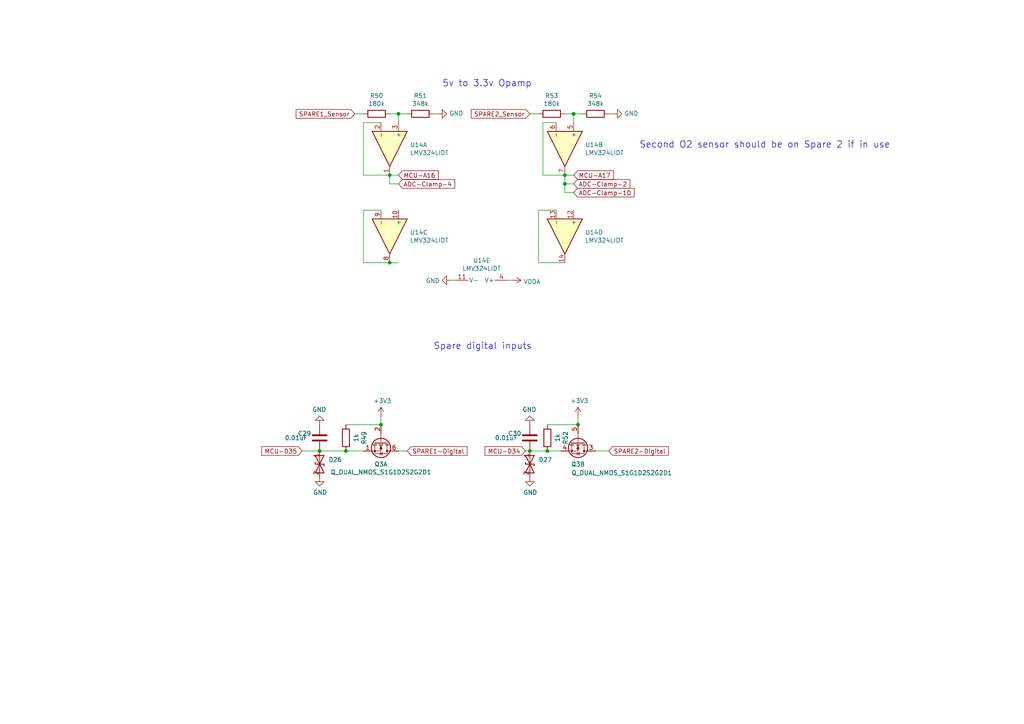
<source format=kicad_sch>
(kicad_sch (version 20230121) (generator eeschema)
  (paper "A4")
  (lib_symbols
    (symbol "Amplifier_Operational:LMV324" (pin_names (offset 0.127))
      (property "Reference" "U" (at 0 5.08 0))
      (property "Value" "LMV324" (at 0 -5.08 0))
      (symbol "LMV324_1_1"
        (polyline (pts (xy -5.08 5.08) (xy 5.08 0) (xy -5.08 -5.08) (xy -5.08 5.08)) (stroke (width 0.254)) (fill (type background)))
        (pin output line (at 7.62 0 180) (length 2.54) (name "~") (number "1"))
        (pin input line (at -7.62 -2.54 0) (length 2.54) (name "-") (number "2"))
        (pin input line (at -7.62 2.54 0) (length 2.54) (name "+") (number "3"))
      )
      (symbol "LMV324_2_1"
        (polyline (pts (xy -5.08 5.08) (xy 5.08 0) (xy -5.08 -5.08) (xy -5.08 5.08)) (stroke (width 0.254)) (fill (type background)))
        (pin input line (at -7.62 2.54 0) (length 2.54) (name "+") (number "5"))
        (pin input line (at -7.62 -2.54 0) (length 2.54) (name "-") (number "6"))
        (pin output line (at 7.62 0 180) (length 2.54) (name "~") (number "7"))
      )
      (symbol "LMV324_3_1"
        (polyline (pts (xy -5.08 5.08) (xy 5.08 0) (xy -5.08 -5.08) (xy -5.08 5.08)) (stroke (width 0.254)) (fill (type background)))
        (pin input line (at -7.62 2.54 0) (length 2.54) (name "+") (number "10"))
        (pin output line (at 7.62 0 180) (length 2.54) (name "~") (number "8"))
        (pin input line (at -7.62 -2.54 0) (length 2.54) (name "-") (number "9"))
      )
      (symbol "LMV324_4_1"
        (polyline (pts (xy -5.08 5.08) (xy 5.08 0) (xy -5.08 -5.08) (xy -5.08 5.08)) (stroke (width 0.254)) (fill (type background)))
        (pin input line (at -7.62 2.54 0) (length 2.54) (name "+") (number "12"))
        (pin input line (at -7.62 -2.54 0) (length 2.54) (name "-") (number "13"))
        (pin output line (at 7.62 0 180) (length 2.54) (name "~") (number "14"))
      )
      (symbol "LMV324_5_1"
        (pin power_in line (at -2.54 -7.62 90) (length 3.81) (name "V-") (number "11"))
        (pin power_in line (at -2.54 7.62 270) (length 3.81) (name "V+") (number "4"))
      )
    )
    (symbol "Device:C" (pin_numbers hide) (pin_names (offset 0.254))
      (property "Reference" "C" (at 0.635 2.54 0))
      (property "Value" "C" (at 0.635 -2.54 0))
      (symbol "C_0_1"
        (polyline (pts (xy -2.032 -0.762) (xy 2.032 -0.762)) (stroke (width 0.508)))
        (polyline (pts (xy -2.032 0.762) (xy 2.032 0.762)) (stroke (width 0.508)))
      )
      (symbol "C_1_1"
        (pin passive line (at 0 3.81 270) (length 2.794) (name "~") (number "1"))
        (pin passive line (at 0 -3.81 90) (length 2.794) (name "~") (number "2"))
      )
    )
    (symbol "Device:D_TVS" (pin_names (offset 1.016) hide)
      (property "Reference" "D" (at 0 2.54 0))
      (property "Value" "D_TVS" (at 0 -2.54 0))
      (symbol "D_TVS_0_1"
        (polyline (pts (xy 1.27 0) (xy -1.27 0)))
        (polyline (pts (xy 0.508 1.27) (xy 0 1.27) (xy 0 -1.27) (xy -0.508 -1.27)) (stroke (width 0.254)))
        (polyline (pts (xy -2.54 1.27) (xy -2.54 -1.27) (xy 2.54 1.27) (xy 2.54 -1.27) (xy -2.54 1.27)) (stroke (width 0.254)))
      )
      (symbol "D_TVS_1_1"
        (pin passive line (at -3.81 0 0) (length 2.54) (name "A1") (number "1"))
        (pin passive line (at 3.81 0 180) (length 2.54) (name "A2") (number "2"))
      )
    )
    (symbol "Device:Q_DUAL_NMOS_S1G1D2S2G2D1" (pin_names (offset 0) hide)
      (property "Reference" "Q" (at 6.35 1.27 0))
      (property "Value" "Device_Q_DUAL_NMOS_S1G1D2S2G2D1" (at 19.05 -1.27 0))
      (symbol "Q_DUAL_NMOS_S1G1D2S2G2D1_0_1"
        (polyline (pts (xy 0.254 0) (xy -2.54 0)))
        (polyline (pts (xy 0.254 1.905) (xy 0.254 -1.905)) (stroke (width 0.254)))
        (polyline (pts (xy 0.762 -1.27) (xy 0.762 -2.286)) (stroke (width 0.254)))
        (polyline (pts (xy 0.762 0.508) (xy 0.762 -0.508)) (stroke (width 0.254)))
        (polyline (pts (xy 0.762 2.286) (xy 0.762 1.27)) (stroke (width 0.254)))
        (polyline (pts (xy 2.54 2.54) (xy 2.54 1.778)))
        (polyline (pts (xy 2.54 -2.54) (xy 2.54 0) (xy 0.762 0)))
        (polyline (pts (xy 0.762 -1.778) (xy 3.302 -1.778) (xy 3.302 1.778) (xy 0.762 1.778)))
        (polyline (pts (xy 1.016 0) (xy 2.032 0.381) (xy 2.032 -0.381) (xy 1.016 0)) (fill (type outline)))
        (polyline (pts (xy 2.794 0.508) (xy 2.921 0.381) (xy 3.683 0.381) (xy 3.81 0.254)))
        (polyline (pts (xy 3.302 0.381) (xy 2.921 -0.254) (xy 3.683 -0.254) (xy 3.302 0.381)))
        (circle (center 1.651 0) (radius 2.794) (stroke (width 0.254)))
        (circle (center 2.54 -1.778) (radius 0.254) (fill (type outline)))
        (circle (center 2.54 1.778) (radius 0.254) (fill (type outline)))
      )
      (symbol "Q_DUAL_NMOS_S1G1D2S2G2D1_1_1"
        (pin passive line (at 2.54 -5.08 90) (length 2.54) (name "S") (number "1"))
        (pin input line (at -5.08 0 0) (length 2.54) (name "G") (number "2"))
        (pin passive line (at 2.54 5.08 270) (length 2.54) (name "D") (number "6"))
      )
      (symbol "Q_DUAL_NMOS_S1G1D2S2G2D1_2_1"
        (pin passive line (at 2.54 5.08 270) (length 2.54) (name "D") (number "3"))
        (pin passive line (at 2.54 -5.08 90) (length 2.54) (name "S") (number "4"))
        (pin input line (at -5.08 0 0) (length 2.54) (name "G") (number "5"))
      )
    )
    (symbol "Device:R" (pin_numbers hide) (pin_names (offset 0))
      (property "Reference" "R" (at 2.032 0 90))
      (property "Value" "R" (at 0 0 90))
      (symbol "R_0_1"
        (rectangle (start -1.016 -2.54) (end 1.016 2.54) (stroke (width 0.254)))
      )
      (symbol "R_1_1"
        (pin passive line (at 0 3.81 270) (length 1.27) (name "~") (number "1"))
        (pin passive line (at 0 -3.81 90) (length 1.27) (name "~") (number "2"))
      )
    )
    (symbol "power:+3V3" (power) (pin_names (offset 0))
      (property "Value" "+3V3" (at 0 3.556 0))
      (symbol "+3V3_0_1"
        (polyline (pts (xy -0.762 1.27) (xy 0 2.54)))
        (polyline (pts (xy 0 0) (xy 0 2.54)))
        (polyline (pts (xy 0 2.54) (xy 0.762 1.27)))
      )
      (symbol "+3V3_1_1"
        (pin power_in line (at 0 0 90) (length 0) hide (name "+3V3") (number "1"))
      )
    )
    (symbol "power:GND" (power) (pin_names (offset 0))
      (property "Value" "GND" (at 0 -3.81 0))
      (symbol "GND_0_1"
        (polyline (pts (xy 0 0) (xy 0 -1.27) (xy 1.27 -1.27) (xy 0 -2.54) (xy -1.27 -1.27) (xy 0 -1.27)))
      )
      (symbol "GND_1_1"
        (pin power_in line (at 0 0 270) (length 0) hide (name "GND") (number "1"))
      )
    )
    (symbol "power:VDDA" (power) (pin_names (offset 0))
      (property "Value" "VDDA" (at 0 3.81 0))
      (symbol "VDDA_0_1"
        (polyline (pts (xy -0.762 1.27) (xy 0 2.54)))
        (polyline (pts (xy 0 0) (xy 0 2.54)))
        (polyline (pts (xy 0 2.54) (xy 0.762 1.27)))
      )
      (symbol "VDDA_1_1"
        (pin power_in line (at 0 0 90) (length 0) hide (name "VDDA") (number "1"))
      )
    )
  )
  (junction (at 113.03 50.8))
  (junction (at 166.37 33.02))
  (junction (at 110.49 123.19))
  (junction (at 113.03 76.2))
  (junction (at 153.67 130.81))
  (junction (at 100.33 130.81))
  (junction (at 167.64 123.19))
  (junction (at 158.75 130.81))
  (junction (at 92.71 130.81))
  (junction (at 163.83 50.8))
  (junction (at 115.57 33.02))
  (junction (at 163.83 53.34))
  (wire (pts (xy 166.37 33.02) (xy 168.91 33.02)))
  (wire (pts (xy 105.41 76.2) (xy 113.03 76.2)))
  (wire (pts (xy 166.37 33.02) (xy 163.83 33.02)))
  (wire (pts (xy 92.71 130.81) (xy 87.63 130.81)))
  (wire (pts (xy 152.4 130.81) (xy 153.67 130.81)))
  (wire (pts (xy 105.41 50.8) (xy 105.41 35.56)))
  (wire (pts (xy 115.57 53.34) (xy 113.03 53.34)))
  (wire (pts (xy 105.41 130.81) (xy 100.33 130.81)))
  (wire (pts (xy 102.87 33.02) (xy 105.41 33.02)))
  (wire (pts (xy 115.57 76.2) (xy 113.03 76.2)))
  (wire (pts (xy 158.75 123.19) (xy 167.64 123.19)))
  (wire (pts (xy 158.75 130.81) (xy 162.56 130.81)))
  (wire (pts (xy 153.67 130.81) (xy 158.75 130.81)))
  (wire (pts (xy 161.29 60.96) (xy 156.21 60.96)))
  (wire (pts (xy 157.48 50.8) (xy 163.83 50.8)))
  (wire (pts (xy 130.81 81.28) (xy 132.08 81.28)))
  (wire (pts (xy 100.33 130.81) (xy 92.71 130.81)))
  (wire (pts (xy 177.8 33.02) (xy 176.53 33.02)))
  (wire (pts (xy 167.64 120.65) (xy 167.64 123.19)))
  (wire (pts (xy 105.41 60.96) (xy 105.41 76.2)))
  (wire (pts (xy 166.37 35.56) (xy 166.37 33.02)))
  (wire (pts (xy 166.37 55.88) (xy 163.83 55.88)))
  (wire (pts (xy 163.83 55.88) (xy 163.83 53.34)))
  (wire (pts (xy 156.21 60.96) (xy 156.21 76.2)))
  (wire (pts (xy 113.03 50.8) (xy 105.41 50.8)))
  (wire (pts (xy 100.33 123.19) (xy 110.49 123.19)))
  (wire (pts (xy 127 33.02) (xy 125.73 33.02)))
  (wire (pts (xy 115.57 50.8) (xy 113.03 50.8)))
  (wire (pts (xy 115.57 33.02) (xy 113.03 33.02)))
  (wire (pts (xy 176.53 130.81) (xy 172.72 130.81)))
  (wire (pts (xy 110.49 60.96) (xy 105.41 60.96)))
  (wire (pts (xy 161.29 35.56) (xy 157.48 35.56)))
  (wire (pts (xy 148.59 81.28) (xy 147.32 81.28)))
  (wire (pts (xy 115.57 33.02) (xy 118.11 33.02)))
  (wire (pts (xy 115.57 35.56) (xy 115.57 33.02)))
  (wire (pts (xy 157.48 35.56) (xy 157.48 50.8)))
  (wire (pts (xy 156.21 76.2) (xy 163.83 76.2)))
  (wire (pts (xy 153.67 33.02) (xy 156.21 33.02)))
  (wire (pts (xy 105.41 35.56) (xy 110.49 35.56)))
  (wire (pts (xy 113.03 53.34) (xy 113.03 50.8)))
  (wire (pts (xy 163.83 53.34) (xy 163.83 50.8)))
  (wire (pts (xy 110.49 120.65) (xy 110.49 123.19)))
  (wire (pts (xy 166.37 53.34) (xy 163.83 53.34)))
  (wire (pts (xy 166.37 50.8) (xy 163.83 50.8)))
  (wire (pts (xy 118.11 130.81) (xy 115.57 130.81)))
  (text "5v to 3.3v Opamp" (at 128.27 25.4 0) (effects (font (size 1.8796 1.8796)) (justify left bottom)))
  (text "Second O2 sensor should be on Spare 2 if in use" (at 185.42 43.18 0) (effects (font (size 1.8796 1.8796)) (justify left bottom)))
  (text "Spare digital inputs" (at 125.73 101.6 0) (effects (font (size 1.8796 1.8796)) (justify left bottom)))
  (global_label "ADC-Clamp-4" (shape input) (at 115.57 53.34 0) (property "Intersheetrefs" "${INTERSHEET_REFS}" (effects hide)))
  (global_label "MCU-D34" (shape input) (at 152.4 130.81 180) (property "Intersheetrefs" "${INTERSHEET_REFS}" (effects hide)))
  (global_label "MCU-A16" (shape input) (at 115.57 50.8 0) (property "Intersheetrefs" "${INTERSHEET_REFS}" (effects hide)))
  (global_label "MCU-D35" (shape input) (at 87.63 130.81 180) (property "Intersheetrefs" "${INTERSHEET_REFS}" (effects hide)))
  (global_label "SPARE1-Digital" (shape input) (at 118.11 130.81 0) (property "Intersheetrefs" "${INTERSHEET_REFS}" (effects hide)))
  (global_label "SPARE1_Sensor" (shape input) (at 102.87 33.02 180) (property "Intersheetrefs" "${INTERSHEET_REFS}" (effects hide)))
  (global_label "SPARE2-Digital" (shape input) (at 176.53 130.81 0) (property "Intersheetrefs" "${INTERSHEET_REFS}" (effects hide)))
  (global_label "ADC-Clamp-10" (shape input) (at 166.37 55.88 0) (property "Intersheetrefs" "${INTERSHEET_REFS}" (effects hide)))
  (global_label "SPARE2_Sensor" (shape input) (at 153.67 33.02 180) (property "Intersheetrefs" "${INTERSHEET_REFS}" (effects hide)))
  (global_label "ADC-Clamp-2" (shape input) (at 166.37 53.34 0) (property "Intersheetrefs" "${INTERSHEET_REFS}" (effects hide)))
  (global_label "MCU-A17" (shape input) (at 166.37 50.8 0) (property "Intersheetrefs" "${INTERSHEET_REFS}" (effects hide)))
  (symbol (lib_id "Amplifier_Operational:LMV324") (at 113.03 43.18 270) (unit 1)
    (property "Reference" "U14" (at 118.872 42.0116 90) (effects (justify left)))
    (property "Value" "LMV324LIDT" (at 118.872 44.323 90) (effects (justify left)))
    (property "Footprint" "Package_SO:SOIC-14_3.9x8.7mm_P1.27mm" (effects hide))
    (property "Datasheet" "http://www.ti.com/lit/ds/symlink/lmv324.pdf" (effects hide))
    (property "Digikey Part Number" "497-13052-1-ND" (effects hide))
    (property "Manufacturer_Name" "STMicroelectronics" (effects hide))
    (property "Manufacturer_Part_Number" "LMV324LIDT" (effects hide))
    (property "URL" "https://www.digikey.com.au/product-detail/en/stmicroelectronics/LMV324LIDT/497-13052-1-ND/3458219" (effects hide))
  )
  (symbol (lib_id "Amplifier_Operational:LMV324") (at 163.83 43.18 270) (unit 2)
    (property "Reference" "U14" (at 169.672 42.0116 90) (effects (justify left)))
    (property "Value" "LMV324LIDT" (at 169.672 44.323 90) (effects (justify left)))
    (property "Footprint" "Package_SO:SOIC-14_3.9x8.7mm_P1.27mm" (effects hide))
    (property "Datasheet" "http://www.ti.com/lit/ds/symlink/lmv324.pdf" (effects hide))
    (property "Digikey Part Number" "497-13052-1-ND" (effects hide))
    (property "Manufacturer_Name" "STMicroelectronics" (effects hide))
    (property "Manufacturer_Part_Number" "LMV324LIDT" (effects hide))
    (property "URL" "https://www.digikey.com.au/product-detail/en/stmicroelectronics/LMV324LIDT/497-13052-1-ND/3458219" (effects hide))
  )
  (symbol (lib_id "Amplifier_Operational:LMV324") (at 113.03 68.58 270) (unit 3)
    (property "Reference" "U14" (at 118.872 67.4116 90) (effects (justify left)))
    (property "Value" "LMV324LIDT" (at 118.872 69.723 90) (effects (justify left)))
    (property "Footprint" "Package_SO:SOIC-14_3.9x8.7mm_P1.27mm" (effects hide))
    (property "Datasheet" "http://www.ti.com/lit/ds/symlink/lmv324.pdf" (effects hide))
    (property "Digikey Part Number" "497-13052-1-ND" (effects hide))
    (property "Manufacturer_Name" "STMicroelectronics" (effects hide))
    (property "Manufacturer_Part_Number" "LMV324LIDT" (effects hide))
    (property "URL" "https://www.digikey.com.au/product-detail/en/stmicroelectronics/LMV324LIDT/497-13052-1-ND/3458219" (effects hide))
  )
  (symbol (lib_id "Amplifier_Operational:LMV324") (at 163.83 68.58 270) (unit 4)
    (property "Reference" "U14" (at 169.672 67.4116 90) (effects (justify left)))
    (property "Value" "LMV324LIDT" (at 169.672 69.723 90) (effects (justify left)))
    (property "Footprint" "Package_SO:SOIC-14_3.9x8.7mm_P1.27mm" (effects hide))
    (property "Datasheet" "http://www.ti.com/lit/ds/symlink/lmv324.pdf" (effects hide))
    (property "Digikey Part Number" "497-13052-1-ND" (effects hide))
    (property "Manufacturer_Name" "STMicroelectronics" (effects hide))
    (property "Manufacturer_Part_Number" "LMV324LIDT" (effects hide))
    (property "URL" "https://www.digikey.com.au/product-detail/en/stmicroelectronics/LMV324LIDT/497-13052-1-ND/3458219" (effects hide))
  )
  (symbol (lib_id "Amplifier_Operational:LMV324") (at 139.7 83.82 270) (unit 5)
    (property "Reference" "U14" (at 139.7 75.565 90))
    (property "Value" "LMV324LIDT" (at 139.7 77.8764 90))
    (property "Footprint" "Package_SO:SOIC-14_3.9x8.7mm_P1.27mm" (effects hide))
    (property "Datasheet" "http://www.ti.com/lit/ds/symlink/lmv324.pdf" (effects hide))
    (property "Digikey Part Number" "497-13052-1-ND" (effects hide))
    (property "Manufacturer_Name" "STMicroelectronics" (effects hide))
    (property "Manufacturer_Part_Number" "LMV324LIDT" (effects hide))
    (property "URL" "https://www.digikey.com.au/product-detail/en/stmicroelectronics/LMV324LIDT/497-13052-1-ND/3458219" (effects hide))
  )
  (symbol (lib_id "Device:R") (at 121.92 33.02 270) (unit 1)
    (property "Reference" "R51" (at 121.92 27.7622 90))
    (property "Value" "348k" (at 121.92 30.0736 90))
    (property "Footprint" "Resistor_SMD:R_0805_2012Metric" (effects hide))
    (property "Digikey Part Number" "P348KCDKR-ND" (effects hide))
    (property "Manufacturer_Name" "Panasonic" (effects hide))
    (property "Manufacturer_Part_Number" "ERJ-6ENF3483V" (effects hide))
    (property "URL" "https://www.digikey.com.au/product-detail/en/panasonic-electronic-components/ERJ-6ENF3483V/P348KCDKR-ND/576673" (effects hide))
  )
  (symbol (lib_id "power:GND") (at 130.81 81.28 270) (unit 1)
    (property "Reference" "#PWR088" (effects hide))
    (property "Value" "GND" (at 127.5588 81.407 90) (effects (justify right)))
  )
  (symbol (lib_id "Device:R") (at 160.02 33.02 270) (unit 1)
    (property "Reference" "R53" (at 160.02 27.7622 90))
    (property "Value" "180k" (at 160.02 30.0736 90))
    (property "Footprint" "Resistor_SMD:R_0805_2012Metric" (effects hide))
    (property "Digikey Part Number" "311-180KCRCT-ND" (effects hide))
    (property "Manufacturer_Name" "Yageo" (effects hide))
    (property "Manufacturer_Part_Number" "RC0805FR-07180KL" (effects hide))
    (property "URL" "https://www.digikey.com.au/product-detail/en/yageo/RC0805FR-07180KL/311-180KCRCT-ND/730597" (effects hide))
  )
  (symbol (lib_id "Device:R") (at 109.22 33.02 270) (unit 1)
    (property "Reference" "R50" (at 109.22 27.7622 90))
    (property "Value" "180k" (at 109.22 30.0736 90))
    (property "Footprint" "Resistor_SMD:R_0805_2012Metric" (effects hide))
    (property "Digikey Part Number" "311-180KCRCT-ND" (effects hide))
    (property "Manufacturer_Name" "Yageo" (effects hide))
    (property "Manufacturer_Part_Number" "RC0805FR-07180KL" (effects hide))
    (property "URL" "https://www.digikey.com.au/product-detail/en/yageo/RC0805FR-07180KL/311-180KCRCT-ND/730597" (effects hide))
  )
  (symbol (lib_id "power:GND") (at 127 33.02 90) (unit 1)
    (property "Reference" "#PWR087" (effects hide))
    (property "Value" "GND" (at 130.2512 32.893 90) (effects (justify right)))
  )
  (symbol (lib_id "Device:R") (at 172.72 33.02 270) (unit 1)
    (property "Reference" "R54" (at 172.72 27.7622 90))
    (property "Value" "348k" (at 172.72 30.0736 90))
    (property "Footprint" "Resistor_SMD:R_0805_2012Metric" (effects hide))
    (property "Digikey Part Number" "P348KCDKR-ND" (effects hide))
    (property "Manufacturer_Name" "Panasonic" (effects hide))
    (property "Manufacturer_Part_Number" "ERJ-6ENF3483V" (effects hide))
    (property "URL" "https://www.digikey.com.au/product-detail/en/panasonic-electronic-components/ERJ-6ENF3483V/P348KCDKR-ND/576673" (effects hide))
  )
  (symbol (lib_id "power:GND") (at 177.8 33.02 90) (unit 1)
    (property "Reference" "#PWR093" (effects hide))
    (property "Value" "GND" (at 181.0512 32.893 90) (effects (justify right)))
  )
  (symbol (lib_id "Device:Q_DUAL_NMOS_S1G1D2S2G2D1") (at 110.49 128.27 270) (unit 1)
    (property "Reference" "Q3" (at 110.49 134.6454 90))
    (property "Value" "Q_DUAL_NMOS_S1G1D2S2G2D1" (at 110.49 136.9568 90))
    (property "Footprint" "Package_TO_SOT_SMD:SOT-363_SC-70-6" (effects hide))
    (property "Digikey Part Number" "NVJD5121NT1GOSCT-ND" (effects hide))
    (property "Manufacturer_Name" "ON Semi" (effects hide))
    (property "Manufacturer_Part_Number" "NVJD5121NT1G" (effects hide))
    (property "URL" "https://www.digikey.com.au/product-detail/en/on-semiconductor/NVJD5121NT1G/NVJD5121NT1GOSCT-ND/9087601" (effects hide))
  )
  (symbol (lib_id "Device:Q_DUAL_NMOS_S1G1D2S2G2D1") (at 167.64 128.27 270) (unit 2)
    (property "Reference" "Q3" (at 167.64 134.6454 90))
    (property "Value" "Q_DUAL_NMOS_S1G1D2S2G2D1" (at 180.34 137.16 90))
    (property "Footprint" "Package_TO_SOT_SMD:SOT-363_SC-70-6" (effects hide))
    (property "Digikey Part Number" "NVJD5121NT1GOSCT-ND" (effects hide))
    (property "Manufacturer_Name" "ON Semi" (effects hide))
    (property "Manufacturer_Part_Number" "NVJD5121NT1G" (effects hide))
    (property "URL" "https://www.digikey.com.au/product-detail/en/on-semiconductor/NVJD5121NT1G/NVJD5121NT1GOSCT-ND/9087601" (effects hide))
  )
  (symbol (lib_id "power:+3V3") (at 110.49 120.65 0) (unit 1)
    (property "Reference" "#PWR086" (effects hide))
    (property "Value" "+3V3" (at 110.871 116.2558 0))
  )
  (symbol (lib_id "power:+3V3") (at 167.64 120.65 0) (unit 1)
    (property "Reference" "#PWR092" (effects hide))
    (property "Value" "+3V3" (at 168.021 116.2558 0))
  )
  (symbol (lib_id "Device:R") (at 100.33 127 180) (unit 1)
    (property "Reference" "R49" (at 105.5878 127 90))
    (property "Value" "1k" (at 103.2764 127 90))
    (property "Footprint" "Resistor_SMD:R_0805_2012Metric" (effects hide))
    (property "Digikey Part Number" "311-1.00KCRCT-ND" (effects hide))
    (property "Manufacturer_Name" "Yageo" (effects hide))
    (property "Manufacturer_Part_Number" "RC0805FR-071KL" (effects hide))
    (property "URL" "https://www.digikey.com/product-detail/en/yageo/RC0805FR-071KL/311-1.00KCRCT-ND/730391" (effects hide))
  )
  (symbol (lib_id "Device:R") (at 158.75 127 180) (unit 1)
    (property "Reference" "R52" (at 164.0078 127 90))
    (property "Value" "1k" (at 161.6964 127 90))
    (property "Footprint" "Resistor_SMD:R_0805_2012Metric" (effects hide))
    (property "Digikey Part Number" "311-1.00KCRCT-ND" (effects hide))
    (property "Manufacturer_Name" "Yageo" (effects hide))
    (property "Manufacturer_Part_Number" "RC0805FR-071KL" (effects hide))
    (property "URL" "https://www.digikey.com/product-detail/en/yageo/RC0805FR-071KL/311-1.00KCRCT-ND/730391" (effects hide))
  )
  (symbol (lib_id "Device:C") (at 92.71 127 0) (unit 1)
    (property "Reference" "C29" (at 86.36 125.73 0) (effects (justify left)))
    (property "Value" "0.01uF" (at 82.55 127 0) (effects (justify left)))
    (property "Footprint" "Capacitor_SMD:C_0805_2012Metric" (effects hide))
    (property "Digikey Part Number" "311-1136-1-ND" (effects hide))
    (property "Manufacturer_Name" "Yageo" (effects hide))
    (property "Manufacturer_Part_Number" "CC0805KRX7R9BB103" (effects hide))
    (property "URL" "https://www.digikey.com/product-detail/en/yageo/CC0805KRX7R9BB103/311-1136-1-ND/303046" (effects hide))
  )
  (symbol (lib_id "Device:C") (at 153.67 127 0) (unit 1)
    (property "Reference" "C30" (at 147.32 125.73 0) (effects (justify left)))
    (property "Value" "0.01uF" (at 143.51 127 0) (effects (justify left)))
    (property "Footprint" "Capacitor_SMD:C_0805_2012Metric" (effects hide))
    (property "Digikey Part Number" "311-1136-1-ND" (effects hide))
    (property "Manufacturer_Name" "Yageo" (effects hide))
    (property "Manufacturer_Part_Number" "CC0805KRX7R9BB103" (effects hide))
    (property "URL" "https://www.digikey.com/product-detail/en/yageo/CC0805KRX7R9BB103/311-1136-1-ND/303046" (effects hide))
  )
  (symbol (lib_id "power:GND") (at 92.71 123.19 180) (unit 1)
    (property "Reference" "#PWR084" (effects hide))
    (property "Value" "GND" (at 92.583 118.7958 0))
  )
  (symbol (lib_id "power:GND") (at 153.67 123.19 180) (unit 1)
    (property "Reference" "#PWR090" (effects hide))
    (property "Value" "GND" (at 153.543 118.7958 0))
  )
  (symbol (lib_id "power:VDDA") (at 148.59 81.28 270) (unit 1)
    (property "Reference" "#PWR089" (effects hide))
    (property "Value" "VDDA" (at 151.8412 81.7118 90) (effects (justify left)))
  )
  (symbol (lib_id "power:GND") (at 92.71 138.43 0) (unit 1)
    (property "Reference" "#PWR085" (effects hide))
    (property "Value" "GND" (at 92.837 142.8242 0))
  )
  (symbol (lib_id "Device:D_TVS") (at 153.67 134.62 270) (unit 1)
    (property "Reference" "D27" (at 156.21 133.35 90) (effects (justify left)))
    (property "Value" "D_TVS" (effects hide))
    (property "Footprint" "Diode_SMD:D_SOD-523" (effects hide))
    (property "Digikey Part Number" "D1213A-01T-7DITR-ND" (effects hide))
    (property "Manufacturer_Name" "Diodes Inc" (effects hide))
    (property "Manufacturer_Part_Number" "D1213A-01T-7" (effects hide))
    (property "URL" "https://www.digikey.com.au/en/products/detail/diodes-incorporated/D1213A-01T-7/3340396" (effects hide))
  )
  (symbol (lib_id "Device:D_TVS") (at 92.71 134.62 270) (unit 1)
    (property "Reference" "D26" (at 95.25 133.35 90) (effects (justify left)))
    (property "Value" "D_TVS" (effects hide))
    (property "Footprint" "Diode_SMD:D_SOD-523" (effects hide))
    (property "Digikey Part Number" "D1213A-01T-7DITR-ND" (effects hide))
    (property "Manufacturer_Name" "Diodes Inc" (effects hide))
    (property "Manufacturer_Part_Number" "D1213A-01T-7" (effects hide))
    (property "URL" "https://www.digikey.com.au/en/products/detail/diodes-incorporated/D1213A-01T-7/3340396" (effects hide))
  )
  (symbol (lib_id "power:GND") (at 153.67 138.43 0) (unit 1)
    (property "Reference" "#PWR091" (effects hide))
    (property "Value" "GND" (at 153.797 142.8242 0))
  )
)
</source>
